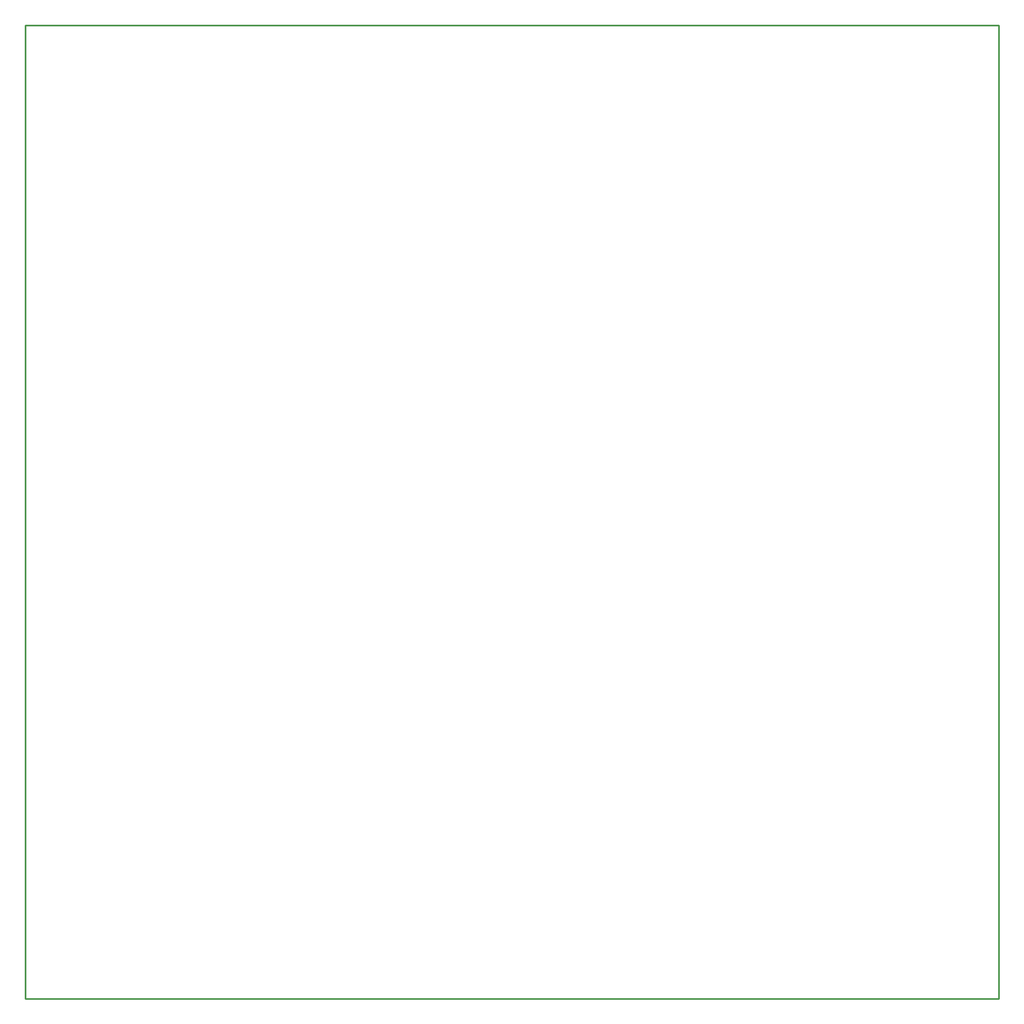
<source format=gm1>
G04*
G04 #@! TF.GenerationSoftware,Altium Limited,Altium Designer,22.3.1 (43)*
G04*
G04 Layer_Color=16711935*
%FSLAX25Y25*%
%MOIN*%
G70*
G04*
G04 #@! TF.SameCoordinates,858DE3B6-85AC-4B40-B280-C04C9E7F73BC*
G04*
G04*
G04 #@! TF.FilePolarity,Positive*
G04*
G01*
G75*
%ADD13C,0.01000*%
D13*
X-0Y-0D02*
X590500D01*
X-0D02*
Y590500D01*
X590500D01*
Y-0D02*
Y590500D01*
M02*

</source>
